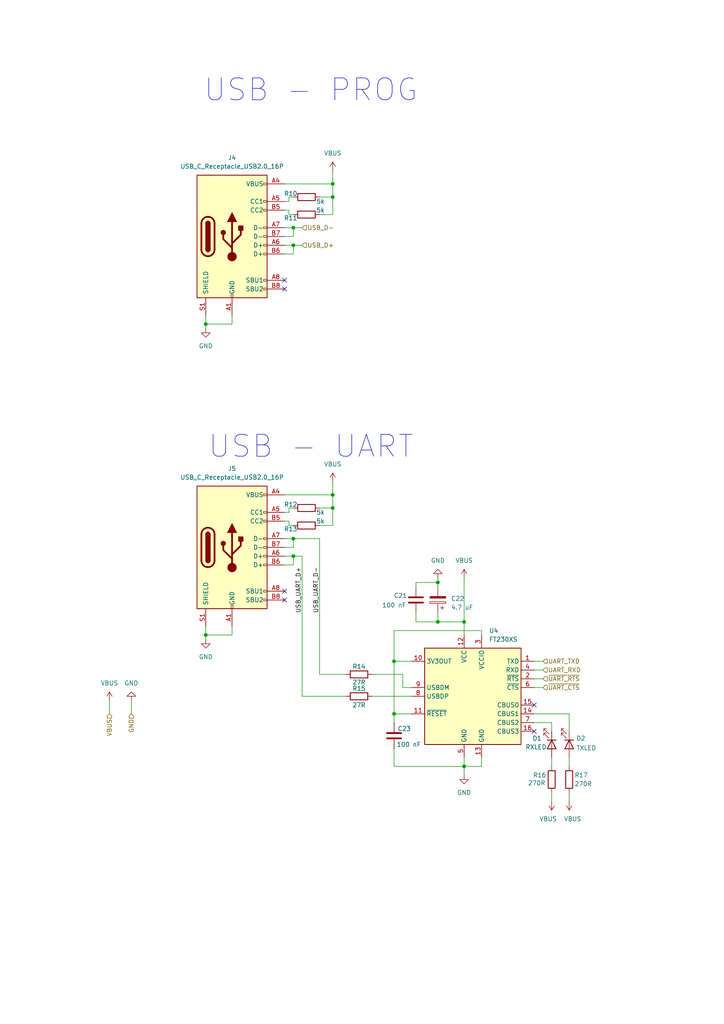
<source format=kicad_sch>
(kicad_sch (version 20250114) (generator "eeschema") (generator_version "9.0")
  (paper "A4" portrait)
  (lib_symbols
    (symbol "Connector:USB_C_Receptacle_USB2.0_16P" (pin_names (offset 1.016))
      (property "Reference" "J" (at 0 22.225 0))
      (property "Value" "USB_C_Receptacle_USB2.0_16P" (at 0 19.685 0))
      (symbol "USB_C_Receptacle_USB2.0_16P_0_0"
        (rectangle (start -0.254 -17.78) (end 0.254 -16.764))
        (rectangle (start 10.16 15.494) (end 9.144 14.986))
        (rectangle (start 10.16 10.414) (end 9.144 9.906))
        (rectangle (start 10.16 7.874) (end 9.144 7.366))
        (rectangle (start 10.16 2.794) (end 9.144 2.286))
        (rectangle (start 10.16 0.254) (end 9.144 -0.254))
        (rectangle (start 10.16 -2.286) (end 9.144 -2.794))
        (rectangle (start 10.16 -4.826) (end 9.144 -5.334))
        (rectangle (start 10.16 -12.446) (end 9.144 -12.954))
        (rectangle (start 10.16 -14.986) (end 9.144 -15.494))
      )
      (symbol "USB_C_Receptacle_USB2.0_16P_0_1"
        (rectangle (start -10.16 17.78) (end 10.16 -17.78) (stroke (width 0.254)) (fill (type background)))
        (polyline (pts (xy -8.89 -3.81) (xy -8.89 3.81)) (stroke (width 0.508)))
        (rectangle (start -7.62 -3.81) (end -6.35 3.81) (stroke (width 0.254)) (fill (type outline)))
        (arc (start -7.62 3.81) (mid -6.985 4.4423) (end -6.35 3.81) (stroke (width 0.254)))
        (arc (start -7.62 3.81) (mid -6.985 4.4423) (end -6.35 3.81) (stroke (width 0.254)) (fill (type outline)))
        (arc (start -8.89 3.81) (mid -6.985 5.7067) (end -5.08 3.81) (stroke (width 0.508)))
        (arc (start -5.08 -3.81) (mid -6.985 -5.7067) (end -8.89 -3.81) (stroke (width 0.508)))
        (arc (start -6.35 -3.81) (mid -6.985 -4.4423) (end -7.62 -3.81) (stroke (width 0.254)))
        (arc (start -6.35 -3.81) (mid -6.985 -4.4423) (end -7.62 -3.81) (stroke (width 0.254)) (fill (type outline)))
        (polyline (pts (xy -5.08 3.81) (xy -5.08 -3.81)) (stroke (width 0.508)))
        (circle (center -2.54 1.143) (radius 0.635) (stroke (width 0.254)) (fill (type outline)))
        (polyline (pts (xy -1.27 4.318) (xy 0 6.858) (xy 1.27 4.318) (xy -1.27 4.318)) (stroke (width 0.254)) (fill (type outline)))
        (polyline (pts (xy 0 -2.032) (xy 2.54 0.508) (xy 2.54 1.778)) (stroke (width 0.508)))
        (polyline (pts (xy 0 -3.302) (xy -2.54 -0.762) (xy -2.54 0.508)) (stroke (width 0.508)))
        (polyline (pts (xy 0 -5.842) (xy 0 4.318)) (stroke (width 0.508)))
        (circle (center 0 -5.842) (radius 1.27) (fill (type outline)))
        (rectangle (start 1.905 1.778) (end 3.175 3.048) (stroke (width 0.254)) (fill (type outline)))
      )
      (symbol "USB_C_Receptacle_USB2.0_16P_1_1"
        (pin passive line (at -7.62 -22.86 90) (length 5.08) (name "SHIELD") (number "S1"))
        (pin passive line (at 0 -22.86 90) (length 5.08) (name "GND") (number "A1"))
        (pin passive line (at 0 -22.86 90) (length 5.08) (hide yes) (name "GND") (number "A12"))
        (pin passive line (at 0 -22.86 90) (length 5.08) (hide yes) (name "GND") (number "B1"))
        (pin passive line (at 0 -22.86 90) (length 5.08) (hide yes) (name "GND") (number "B12"))
        (pin passive line (at 15.24 15.24 180) (length 5.08) (name "VBUS") (number "A4"))
        (pin passive line (at 15.24 15.24 180) (length 5.08) (hide yes) (name "VBUS") (number "A9"))
        (pin passive line (at 15.24 15.24 180) (length 5.08) (hide yes) (name "VBUS") (number "B4"))
        (pin passive line (at 15.24 15.24 180) (length 5.08) (hide yes) (name "VBUS") (number "B9"))
        (pin bidirectional line (at 15.24 10.16 180) (length 5.08) (name "CC1") (number "A5"))
        (pin bidirectional line (at 15.24 7.62 180) (length 5.08) (name "CC2") (number "B5"))
        (pin bidirectional line (at 15.24 2.54 180) (length 5.08) (name "D-") (number "A7"))
        (pin bidirectional line (at 15.24 0 180) (length 5.08) (name "D-") (number "B7"))
        (pin bidirectional line (at 15.24 -2.54 180) (length 5.08) (name "D+") (number "A6"))
        (pin bidirectional line (at 15.24 -5.08 180) (length 5.08) (name "D+") (number "B6"))
        (pin bidirectional line (at 15.24 -12.7 180) (length 5.08) (name "SBU1") (number "A8"))
        (pin bidirectional line (at 15.24 -15.24 180) (length 5.08) (name "SBU2") (number "B8"))
      )
    )
    (symbol "Device:C" (pin_numbers (hide yes)) (pin_names (offset 0.254))
      (property "Reference" "C" (at 0.635 2.54 0))
      (property "Value" "C" (at 0.635 -2.54 0))
      (symbol "C_0_1"
        (polyline (pts (xy -2.032 0.762) (xy 2.032 0.762)) (stroke (width 0.508)))
        (polyline (pts (xy -2.032 -0.762) (xy 2.032 -0.762)) (stroke (width 0.508)))
      )
      (symbol "C_1_1"
        (pin passive line (at 0 3.81 270) (length 2.794) (name "~") (number "1"))
        (pin passive line (at 0 -3.81 90) (length 2.794) (name "~") (number "2"))
      )
    )
    (symbol "Device:C_Polarized" (pin_numbers (hide yes)) (pin_names (offset 0.254))
      (property "Reference" "C" (at 0.635 2.54 0))
      (property "Value" "C_Polarized" (at 0.635 -2.54 0))
      (symbol "C_Polarized_0_1"
        (rectangle (start -2.286 0.508) (end 2.286 1.016))
        (polyline (pts (xy -1.778 2.286) (xy -0.762 2.286)))
        (polyline (pts (xy -1.27 2.794) (xy -1.27 1.778)))
        (rectangle (start 2.286 -0.508) (end -2.286 -1.016) (fill (type outline)))
      )
      (symbol "C_Polarized_1_1"
        (pin passive line (at 0 3.81 270) (length 2.794) (name "~") (number "1"))
        (pin passive line (at 0 -3.81 90) (length 2.794) (name "~") (number "2"))
      )
    )
    (symbol "Device:LED" (pin_numbers (hide yes)) (pin_names (offset 1.016) (hide yes))
      (property "Reference" "D" (at 0 2.54 0))
      (property "Value" "LED" (at 0 -2.54 0))
      (symbol "LED_0_1"
        (polyline (pts (xy -3.048 -0.762) (xy -4.572 -2.286) (xy -3.81 -2.286) (xy -4.572 -2.286) (xy -4.572 -1.524)))
        (polyline (pts (xy -1.778 -0.762) (xy -3.302 -2.286) (xy -2.54 -2.286) (xy -3.302 -2.286) (xy -3.302 -1.524)))
        (polyline (pts (xy -1.27 0) (xy 1.27 0)))
        (polyline (pts (xy -1.27 -1.27) (xy -1.27 1.27)) (stroke (width 0.254)))
        (polyline (pts (xy 1.27 -1.27) (xy 1.27 1.27) (xy -1.27 0) (xy 1.27 -1.27)) (stroke (width 0.254)))
      )
      (symbol "LED_1_1"
        (pin passive line (at -3.81 0 0) (length 2.54) (name "K") (number "1"))
        (pin passive line (at 3.81 0 180) (length 2.54) (name "A") (number "2"))
      )
    )
    (symbol "Device:R" (pin_numbers (hide yes)) (pin_names (offset 0))
      (property "Reference" "R" (at 2.032 0 90))
      (property "Value" "R" (at 0 0 90))
      (symbol "R_0_1"
        (rectangle (start -1.016 -2.54) (end 1.016 2.54) (stroke (width 0.254)))
      )
      (symbol "R_1_1"
        (pin passive line (at 0 3.81 270) (length 1.27) (name "~") (number "1"))
        (pin passive line (at 0 -3.81 90) (length 1.27) (name "~") (number "2"))
      )
    )
    (symbol "Interface_USB:FT230XS"
      (property "Reference" "U" (at -13.97 15.24 0))
      (property "Value" "FT230XS" (at 7.62 15.24 0))
      (symbol "FT230XS_0_1"
        (rectangle (start -13.97 13.97) (end 13.97 -13.97) (stroke (width 0.254)) (fill (type background)))
      )
      (symbol "FT230XS_1_1"
        (pin power_out line (at -17.78 10.16 0) (length 3.81) (name "3V3OUT") (number "10"))
        (pin bidirectional line (at -17.78 2.54 0) (length 3.81) (name "USBDM") (number "9"))
        (pin bidirectional line (at -17.78 0 0) (length 3.81) (name "USBDP") (number "8"))
        (pin input line (at -17.78 -5.08 0) (length 3.81) (name "~{RESET}") (number "11"))
        (pin power_in line (at -2.54 17.78 270) (length 3.81) (name "VCC") (number "12"))
        (pin power_in line (at -2.54 -17.78 90) (length 3.81) (name "GND") (number "5"))
        (pin power_in line (at 2.54 17.78 270) (length 3.81) (name "VCCIO") (number "3"))
        (pin power_in line (at 2.54 -17.78 90) (length 3.81) (name "GND") (number "13"))
        (pin output line (at 17.78 10.16 180) (length 3.81) (name "TXD") (number "1"))
        (pin input line (at 17.78 7.62 180) (length 3.81) (name "RXD") (number "4"))
        (pin output line (at 17.78 5.08 180) (length 3.81) (name "~{RTS}") (number "2"))
        (pin input line (at 17.78 2.54 180) (length 3.81) (name "~{CTS}") (number "6"))
        (pin bidirectional line (at 17.78 -2.54 180) (length 3.81) (name "CBUS0") (number "15"))
        (pin bidirectional line (at 17.78 -5.08 180) (length 3.81) (name "CBUS1") (number "14"))
        (pin bidirectional line (at 17.78 -7.62 180) (length 3.81) (name "CBUS2") (number "7"))
        (pin bidirectional line (at 17.78 -10.16 180) (length 3.81) (name "CBUS3") (number "16"))
      )
    )
    (symbol "power:GND" (power) (pin_numbers (hide yes)) (pin_names (offset 0) (hide yes))
      (property "Value" "GND" (at 0 -3.81 0))
      (symbol "GND_0_1"
        (polyline (pts (xy 0 0) (xy 0 -1.27) (xy 1.27 -1.27) (xy 0 -2.54) (xy -1.27 -1.27) (xy 0 -1.27)))
      )
      (symbol "GND_1_1"
        (pin power_in line (at 0 0 270) (length 0) (name "~") (number "1"))
      )
    )
    (symbol "power:VBUS" (power) (pin_numbers (hide yes)) (pin_names (offset 0) (hide yes))
      (property "Value" "VBUS" (at 0 3.556 0))
      (symbol "VBUS_0_1"
        (polyline (pts (xy -0.762 1.27) (xy 0 2.54)))
        (polyline (pts (xy 0 2.54) (xy 0.762 1.27)))
        (polyline (pts (xy 0 0) (xy 0 2.54)))
      )
      (symbol "VBUS_1_1"
        (pin power_in line (at 0 0 90) (length 0) (name "~") (number "1"))
      )
    )
  )
  (text "USB - PROG" (at 58.928 29.972 0) (effects (font (size 6.35 6.35)) (justify left bottom)))
  (text "USB - UART" (at 60.198 133.35 0) (effects (font (size 6.35 6.35)) (justify left bottom)))
  (junction (at 134.62 222.25))
  (junction (at 114.3 207.01))
  (junction (at 96.52 147.32))
  (junction (at 85.09 66.04))
  (junction (at 85.09 71.12))
  (junction (at 85.09 156.21))
  (junction (at 127 180.34))
  (junction (at 96.52 53.34))
  (junction (at 127 168.91))
  (junction (at 114.3 191.77))
  (junction (at 59.69 184.15))
  (junction (at 85.09 161.29))
  (junction (at 134.62 180.34))
  (junction (at 59.69 93.98))
  (junction (at 96.52 143.51))
  (junction (at 96.52 57.15))
  (no_connect (at 82.55 81.28))
  (no_connect (at 154.94 212.09))
  (no_connect (at 82.55 83.82))
  (no_connect (at 82.55 173.99))
  (no_connect (at 154.94 204.47))
  (no_connect (at 82.55 171.45))
  (wire (pts (xy 82.55 161.29) (xy 85.09 161.29)))
  (wire (pts (xy 92.71 156.21) (xy 85.09 156.21)))
  (wire (pts (xy 59.69 184.15) (xy 59.69 185.42)))
  (wire (pts (xy 114.3 207.01) (xy 119.38 207.01)))
  (wire (pts (xy 107.95 201.93) (xy 119.38 201.93)))
  (wire (pts (xy 92.71 195.58) (xy 92.71 156.21)))
  (wire (pts (xy 165.1 219.71) (xy 165.1 222.25)))
  (wire (pts (xy 59.69 91.44) (xy 59.69 93.98)))
  (wire (pts (xy 160.02 209.55) (xy 160.02 212.09)))
  (wire (pts (xy 82.55 60.96) (xy 83.82 60.96)))
  (wire (pts (xy 139.7 184.15) (xy 139.7 182.88)))
  (wire (pts (xy 120.65 170.18) (xy 120.65 168.91)))
  (wire (pts (xy 154.94 194.31) (xy 157.48 194.31)))
  (wire (pts (xy 82.55 151.13) (xy 83.82 151.13)))
  (wire (pts (xy 114.3 182.88) (xy 114.3 191.77)))
  (wire (pts (xy 92.71 57.15) (xy 96.52 57.15)))
  (wire (pts (xy 96.52 139.7) (xy 96.52 143.51)))
  (wire (pts (xy 85.09 71.12) (xy 85.09 73.66)))
  (wire (pts (xy 114.3 207.01) (xy 114.3 209.55)))
  (wire (pts (xy 92.71 152.4) (xy 96.52 152.4)))
  (wire (pts (xy 85.09 161.29) (xy 85.09 163.83)))
  (wire (pts (xy 85.09 66.04) (xy 85.09 68.58)))
  (wire (pts (xy 67.31 181.61) (xy 67.31 184.15)))
  (wire (pts (xy 96.52 53.34) (xy 96.52 57.15)))
  (wire (pts (xy 134.62 222.25) (xy 139.7 222.25)))
  (wire (pts (xy 100.33 195.58) (xy 92.71 195.58)))
  (wire (pts (xy 154.94 207.01) (xy 165.1 207.01)))
  (wire (pts (xy 92.71 62.23) (xy 96.52 62.23)))
  (wire (pts (xy 165.1 229.87) (xy 165.1 232.41)))
  (wire (pts (xy 85.09 156.21) (xy 85.09 158.75)))
  (wire (pts (xy 154.94 209.55) (xy 160.02 209.55)))
  (wire (pts (xy 120.65 177.8) (xy 120.65 180.34)))
  (wire (pts (xy 120.65 180.34) (xy 127 180.34)))
  (wire (pts (xy 127 167.64) (xy 127 168.91)))
  (wire (pts (xy 83.82 62.23) (xy 85.09 62.23)))
  (wire (pts (xy 83.82 148.59) (xy 82.55 148.59)))
  (wire (pts (xy 85.09 66.04) (xy 87.63 66.04)))
  (wire (pts (xy 83.82 57.15) (xy 83.82 58.42)))
  (wire (pts (xy 154.94 199.39) (xy 157.48 199.39)))
  (wire (pts (xy 119.38 191.77) (xy 114.3 191.77)))
  (wire (pts (xy 96.52 49.53) (xy 96.52 53.34)))
  (wire (pts (xy 139.7 182.88) (xy 114.3 182.88)))
  (wire (pts (xy 154.94 191.77) (xy 157.48 191.77)))
  (wire (pts (xy 96.52 62.23) (xy 96.52 57.15)))
  (wire (pts (xy 114.3 217.17) (xy 114.3 222.25)))
  (wire (pts (xy 31.75 203.2) (xy 31.75 207.01)))
  (wire (pts (xy 82.55 163.83) (xy 85.09 163.83)))
  (wire (pts (xy 154.94 196.85) (xy 157.48 196.85)))
  (wire (pts (xy 127 170.18) (xy 127 168.91)))
  (wire (pts (xy 82.55 73.66) (xy 85.09 73.66)))
  (wire (pts (xy 134.62 222.25) (xy 134.62 224.79)))
  (wire (pts (xy 85.09 71.12) (xy 87.63 71.12)))
  (wire (pts (xy 85.09 161.29) (xy 87.63 161.29)))
  (wire (pts (xy 165.1 207.01) (xy 165.1 212.09)))
  (wire (pts (xy 38.1 203.2) (xy 38.1 207.01)))
  (wire (pts (xy 83.82 151.13) (xy 83.82 152.4)))
  (wire (pts (xy 83.82 147.32) (xy 83.82 148.59)))
  (wire (pts (xy 83.82 58.42) (xy 82.55 58.42)))
  (wire (pts (xy 96.52 143.51) (xy 96.52 147.32)))
  (wire (pts (xy 83.82 57.15) (xy 85.09 57.15)))
  (wire (pts (xy 82.55 156.21) (xy 85.09 156.21)))
  (wire (pts (xy 134.62 180.34) (xy 127 180.34)))
  (wire (pts (xy 82.55 71.12) (xy 85.09 71.12)))
  (wire (pts (xy 82.55 143.51) (xy 96.52 143.51)))
  (wire (pts (xy 87.63 201.93) (xy 100.33 201.93)))
  (wire (pts (xy 116.84 199.39) (xy 116.84 195.58)))
  (wire (pts (xy 134.62 184.15) (xy 134.62 180.34)))
  (wire (pts (xy 127 177.8) (xy 127 180.34)))
  (wire (pts (xy 119.38 199.39) (xy 116.84 199.39)))
  (wire (pts (xy 114.3 222.25) (xy 134.62 222.25)))
  (wire (pts (xy 139.7 219.71) (xy 139.7 222.25)))
  (wire (pts (xy 59.69 181.61) (xy 59.69 184.15)))
  (wire (pts (xy 87.63 161.29) (xy 87.63 201.93)))
  (wire (pts (xy 59.69 93.98) (xy 67.31 93.98)))
  (wire (pts (xy 107.95 195.58) (xy 116.84 195.58)))
  (wire (pts (xy 82.55 66.04) (xy 85.09 66.04)))
  (wire (pts (xy 134.62 167.64) (xy 134.62 180.34)))
  (wire (pts (xy 83.82 152.4) (xy 85.09 152.4)))
  (wire (pts (xy 120.65 168.91) (xy 127 168.91)))
  (wire (pts (xy 160.02 229.87) (xy 160.02 232.41)))
  (wire (pts (xy 134.62 219.71) (xy 134.62 222.25)))
  (wire (pts (xy 67.31 91.44) (xy 67.31 93.98)))
  (wire (pts (xy 82.55 68.58) (xy 85.09 68.58)))
  (wire (pts (xy 82.55 53.34) (xy 96.52 53.34)))
  (wire (pts (xy 96.52 152.4) (xy 96.52 147.32)))
  (wire (pts (xy 59.69 184.15) (xy 67.31 184.15)))
  (wire (pts (xy 160.02 219.71) (xy 160.02 222.25)))
  (wire (pts (xy 92.71 147.32) (xy 96.52 147.32)))
  (wire (pts (xy 82.55 158.75) (xy 85.09 158.75)))
  (wire (pts (xy 83.82 60.96) (xy 83.82 62.23)))
  (wire (pts (xy 83.82 147.32) (xy 85.09 147.32)))
  (wire (pts (xy 114.3 191.77) (xy 114.3 207.01)))
  (wire (pts (xy 59.69 93.98) (xy 59.69 95.25)))
  (label "USB_UART_D-" (at 92.71 177.8 90))
  (label "USB_UART_D+" (at 87.63 177.8 90))
  (hierarchical_label "UART_RXD" (shape input) (at 157.48 194.31 0))
  (hierarchical_label "USB_D-" (shape input) (at 87.63 66.04 0))
  (hierarchical_label "USB_D+" (shape input) (at 87.63 71.12 0))
  (hierarchical_label "~{UART_RTS}" (shape input) (at 157.48 196.85 0))
  (hierarchical_label "VBUS" (shape input) (at 31.75 207.01 270))
  (hierarchical_label "GND" (shape input) (at 38.1 207.01 270))
  (hierarchical_label "~{UART_CTS}" (shape input) (at 157.48 199.39 0))
  (hierarchical_label "UART_TXD" (shape input) (at 157.48 191.77 0))
  (symbol (lib_id "power:GND") (at 134.62 224.79 0) (unit 1)
    (property "Reference" "#PWR042" (effects (hide yes)))
    (property "Value" "GND" (at 134.62 229.87 0))
    (property "Description" "Power symbol creates a global label with name \"GND\" , ground" (effects (hide yes)))
  )
  (symbol (lib_id "Device:R") (at 160.02 226.06 0) (unit 1)
    (property "Reference" "R16" (at 158.496 224.79 0) (effects (justify right)))
    (property "Value" "270R" (at 158.242 227.076 0) (effects (justify right)))
    (property "Footprint" "Resistor_SMD:R_0603_1608Metric_Pad0.98x0.95mm_HandSolder" (effects (hide yes)))
    (property "Description" "Resistor" (effects (hide yes)))
  )
  (symbol (lib_id "Device:R") (at 165.1 226.06 0) (unit 1)
    (property "Reference" "R17" (at 166.624 224.79 0) (effects (justify left)))
    (property "Value" "270R" (at 166.624 227.33 0) (effects (justify left)))
    (property "Footprint" "Resistor_SMD:R_0603_1608Metric_Pad0.98x0.95mm_HandSolder" (effects (hide yes)))
    (property "Description" "Resistor" (effects (hide yes)))
  )
  (symbol (lib_id "Device:R") (at 88.9 57.15 90) (unit 1)
    (property "Reference" "R10" (at 84.328 56.134 90))
    (property "Value" "5k" (at 92.964 58.42 90))
    (property "Footprint" "Resistor_SMD:R_0603_1608Metric_Pad0.98x0.95mm_HandSolder" (effects (hide yes)))
    (property "Description" "Resistor" (effects (hide yes)))
  )
  (symbol (lib_id "Device:R") (at 88.9 147.32 90) (unit 1)
    (property "Reference" "R12" (at 84.328 146.304 90))
    (property "Value" "5k" (at 92.964 148.59 90))
    (property "Footprint" "Resistor_SMD:R_0603_1608Metric_Pad0.98x0.95mm_HandSolder" (effects (hide yes)))
    (property "Description" "Resistor" (effects (hide yes)))
  )
  (symbol (lib_id "Device:R") (at 88.9 62.23 90) (unit 1)
    (property "Reference" "R11" (at 84.328 63.246 90))
    (property "Value" "5k" (at 92.964 60.96 90))
    (property "Footprint" "Resistor_SMD:R_0603_1608Metric_Pad0.98x0.95mm_HandSolder" (effects (hide yes)))
    (property "Description" "Resistor" (effects (hide yes)))
  )
  (symbol (lib_id "power:VBUS") (at 165.1 232.41 180) (unit 1)
    (property "Reference" "#PWR044" (effects (hide yes)))
    (property "Value" "VBUS" (at 166.116 237.49 0))
    (property "Description" "Power symbol creates a global label with name \"VBUS\"" (effects (hide yes)))
  )
  (symbol (lib_id "Device:R") (at 104.14 195.58 90) (unit 1)
    (property "Reference" "R14" (at 104.14 193.294 90))
    (property "Value" "27R" (at 104.14 197.866 90))
    (property "Footprint" "Resistor_SMD:R_0603_1608Metric_Pad0.98x0.95mm_HandSolder" (effects (hide yes)))
    (property "Description" "Resistor" (effects (hide yes)))
  )
  (symbol (lib_id "power:VBUS") (at 160.02 232.41 180) (unit 1)
    (property "Reference" "#PWR043" (effects (hide yes)))
    (property "Value" "VBUS" (at 159.004 237.49 0))
    (property "Description" "Power symbol creates a global label with name \"VBUS\"" (effects (hide yes)))
  )
  (symbol (lib_id "Connector:USB_C_Receptacle_USB2.0_16P") (at 67.31 158.75 0) (unit 1)
    (property "Reference" "J5" (at 67.31 135.89 0))
    (property "Value" "USB_C_Receptacle_USB2.0_16P" (at 67.31 138.43 0))
    (property "Footprint" "Connector_USB:USB_C_Receptacle_GCT_USB4085" (effects (hide yes)))
    (property "Datasheet" "https://www.usb.org/sites/default/files/documents/usb_type-c.zip" (effects (hide yes)))
    (property "Description" "USB 2.0-only 16P Type-C Receptacle connector" (effects (hide yes)))
  )
  (symbol (lib_id "Interface_USB:FT230XS") (at 137.16 201.93 0) (unit 1)
    (property "Reference" "U4" (at 141.8433 182.88 0) (effects (justify left)))
    (property "Value" "FT230XS" (at 141.8433 185.42 0) (effects (justify left)))
    (property "Footprint" "Package_SO:SSOP-16_3.9x4.9mm_P0.635mm" (effects (hide yes)))
    (property "Datasheet" "https://www.ftdichip.com/Support/Documents/DataSheets/ICs/DS_FT230X.pdf" (effects (hide yes)))
    (property "Description" "Full Speed USB to Basic UART, SSOP-16" (effects (hide yes)))
    (property "LCSC" "C69082" (effects (hide yes)))
  )
  (symbol (lib_id "Device:R") (at 88.9 152.4 90) (unit 1)
    (property "Reference" "R13" (at 84.328 153.416 90))
    (property "Value" "5k" (at 92.964 151.13 90))
    (property "Footprint" "Resistor_SMD:R_0603_1608Metric_Pad0.98x0.95mm_HandSolder" (effects (hide yes)))
    (property "Description" "Resistor" (effects (hide yes)))
  )
  (symbol (lib_id "power:GND") (at 59.69 95.25 0) (unit 1)
    (property "Reference" "#PWR035" (effects (hide yes)))
    (property "Value" "GND" (at 59.69 100.33 0))
    (property "Description" "Power symbol creates a global label with name \"GND\" , ground" (effects (hide yes)))
  )
  (symbol (lib_id "Device:C_Polarized") (at 127 173.99 180) (unit 1)
    (property "Reference" "C22" (at 130.81 173.6089 0) (effects (justify right)))
    (property "Value" "4.7 uF" (at 130.81 176.1489 0) (effects (justify right)))
    (property "Footprint" "Capacitor_SMD:CP_Elec_5x4.5" (effects (hide yes)))
    (property "Description" "Polarized capacitor" (effects (hide yes)))
  )
  (symbol (lib_id "power:VBUS") (at 96.52 49.53 0) (unit 1)
    (property "Reference" "#PWR034" (effects (hide yes)))
    (property "Value" "VBUS" (at 96.52 44.45 0))
    (property "Description" "Power symbol creates a global label with name \"VBUS\"" (effects (hide yes)))
  )
  (symbol (lib_id "Device:C") (at 120.65 173.99 0) (unit 1)
    (property "Reference" "C21" (at 118.11 172.72 0) (effects (justify right)))
    (property "Value" "100 nF" (at 117.856 175.514 0) (effects (justify right)))
    (property "Footprint" "Capacitor_SMD:C_0603_1608Metric_Pad1.08x0.95mm_HandSolder" (effects (hide yes)))
    (property "Description" "Unpolarized capacitor" (effects (hide yes)))
  )
  (symbol (lib_id "power:GND") (at 38.1 203.2 180) (unit 1)
    (property "Reference" "#PWR041" (effects (hide yes)))
    (property "Value" "GND" (at 38.1 198.12 0))
    (property "Description" "Power symbol creates a global label with name \"GND\" , ground" (effects (hide yes)))
  )
  (symbol (lib_id "power:VBUS") (at 134.62 167.64 0) (unit 1)
    (property "Reference" "#PWR038" (effects (hide yes)))
    (property "Value" "VBUS" (at 134.62 162.56 0))
    (property "Description" "Power symbol creates a global label with name \"VBUS\"" (effects (hide yes)))
  )
  (symbol (lib_id "Device:C") (at 114.3 213.36 0) (unit 1)
    (property "Reference" "C23" (at 115.316 211.328 0) (effects (justify left)))
    (property "Value" "100 nF" (at 115.062 215.9 0) (effects (justify left)))
    (property "Footprint" "Capacitor_SMD:C_0603_1608Metric_Pad1.08x0.95mm_HandSolder" (effects (hide yes)))
    (property "Description" "Unpolarized capacitor" (effects (hide yes)))
  )
  (symbol (lib_id "power:VBUS") (at 96.52 139.7 0) (unit 1)
    (property "Reference" "#PWR036" (effects (hide yes)))
    (property "Value" "VBUS" (at 96.52 134.62 0))
    (property "Description" "Power symbol creates a global label with name \"VBUS\"" (effects (hide yes)))
  )
  (symbol (lib_id "power:GND") (at 59.69 185.42 0) (unit 1)
    (property "Reference" "#PWR039" (effects (hide yes)))
    (property "Value" "GND" (at 59.69 190.5 0))
    (property "Description" "Power symbol creates a global label with name \"GND\" , ground" (effects (hide yes)))
  )
  (symbol (lib_id "Device:R") (at 104.14 201.93 90) (unit 1)
    (property "Reference" "R15" (at 104.14 199.644 90))
    (property "Value" "27R" (at 104.14 204.47 90))
    (property "Footprint" "Resistor_SMD:R_0603_1608Metric_Pad0.98x0.95mm_HandSolder" (effects (hide yes)))
    (property "Description" "Resistor" (effects (hide yes)))
  )
  (symbol (lib_id "Connector:USB_C_Receptacle_USB2.0_16P") (at 67.31 68.58 0) (unit 1)
    (property "Reference" "J4" (at 67.31 45.72 0))
    (property "Value" "USB_C_Receptacle_USB2.0_16P" (at 67.31 48.26 0))
    (property "Footprint" "Connector_USB:USB_C_Receptacle_GCT_USB4085" (effects (hide yes)))
    (property "Datasheet" "https://www.usb.org/sites/default/files/documents/usb_type-c.zip" (effects (hide yes)))
    (property "Description" "USB 2.0-only 16P Type-C Receptacle connector" (effects (hide yes)))
  )
  (symbol (lib_id "Device:LED") (at 160.02 215.9 270) (unit 1)
    (property "Reference" "D1" (at 154.432 214.122 90) (effects (justify left)))
    (property "Value" "RXLED" (at 152.4 216.662 90) (effects (justify left)))
    (property "Footprint" "LED_SMD:LED_0603_1608Metric" (effects (hide yes)))
    (property "Description" "Light emitting diode" (effects (hide yes)))
    (property "Sim.Pins" "1=K 2=A" (effects (hide yes)))
  )
  (symbol (lib_id "power:VBUS") (at 31.75 203.2 0) (unit 1)
    (property "Reference" "#PWR040" (effects (hide yes)))
    (property "Value" "VBUS" (at 31.75 198.12 0))
    (property "Description" "Power symbol creates a global label with name \"VBUS\"" (effects (hide yes)))
  )
  (symbol (lib_id "Device:LED") (at 165.1 215.9 270) (unit 1)
    (property "Reference" "D2" (at 167.132 214.122 90) (effects (justify left)))
    (property "Value" "TXLED" (at 167.132 216.916 90) (effects (justify left)))
    (property "Footprint" "LED_SMD:LED_0603_1608Metric" (effects (hide yes)))
    (property "Description" "Light emitting diode" (effects (hide yes)))
    (property "Sim.Pins" "1=K 2=A" (effects (hide yes)))
  )
  (symbol (lib_id "power:GND") (at 127 167.64 180) (unit 1)
    (property "Reference" "#PWR037" (effects (hide yes)))
    (property "Value" "GND" (at 127 162.56 0))
    (property "Description" "Power symbol creates a global label with name \"GND\" , ground" (effects (hide yes)))
  )
)
</source>
